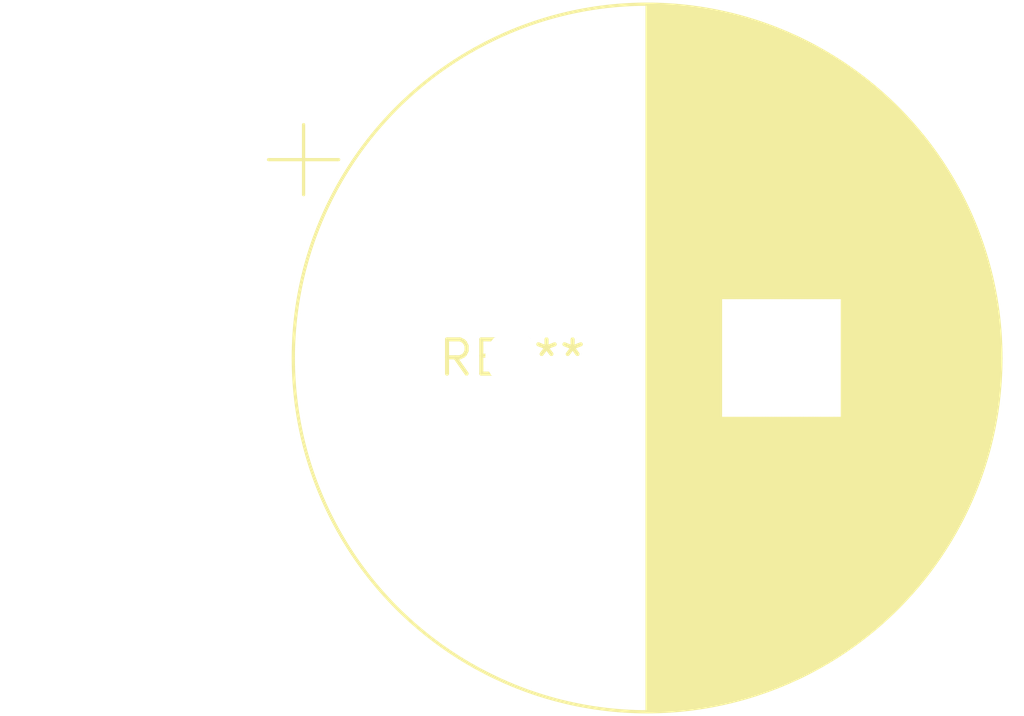
<source format=kicad_pcb>
(kicad_pcb (version 20240108) (generator pcbnew)
  (layers (0 "F.Cu" signal) (31 "B.Cu" signal) (34 "B.Paste" user) (35 "F.Paste" user) (36 "B.SilkS" user "B.Silkscreen") (37 "F.SilkS" user "F.Silkscreen") (38 "B.Mask" user) (39 "F.Mask" user) (44 "Edge.Cuts" user))
  (net 0 "")
  (footprint "CP_Radial_D26.0mm_P10.00mm_SnapIn" (layer "F.Cu") (at 0 0)
    (property "Reference" "REF**")
    (property "Value" "CP_Radial_D26.0mm_P10.00mm_SnapIn")
    (fp_line (start -9.039234 -7.355) (end -6.439234 -7.355) (layer "F.SilkS") (stroke (width 0.12)))
    (fp_line (start -7.739234 -8.655) (end -7.739234 -6.055) (layer "F.SilkS") (stroke (width 0.12)))
    (fp_line (start 5 -13.081) (end 5 13.081) (layer "F.SilkS") (stroke (width 0.12)))
    (fp_line (start 5.04 -13.08) (end 5.04 13.08) (layer "F.SilkS") (stroke (width 0.12)))
    (fp_line (start 5.08 -13.08) (end 5.08 13.08) (layer "F.SilkS") (stroke (width 0.12)))
    (fp_line (start 5.12 -13.08) (end 5.12 13.08) (layer "F.SilkS") (stroke (width 0.12)))
    (fp_line (start 5.16 -13.08) (end 5.16 13.08) (layer "F.SilkS") (stroke (width 0.12)))
    (fp_line (start 5.2 -13.079) (end 5.2 13.079) (layer "F.SilkS") (stroke (width 0.12)))
    (fp_line (start 5.24 -13.078) (end 5.24 13.078) (layer "F.SilkS") (stroke (width 0.12)))
    (fp_line (start 5.28 -13.078) (end 5.28 13.078) (layer "F.SilkS") (stroke (width 0.12)))
    (fp_line (start 5.32 -13.077) (end 5.32 13.077) (layer "F.SilkS") (stroke (width 0.12)))
    (fp_line (start 5.36 -13.076) (end 5.36 13.076) (layer "F.SilkS") (stroke (width 0.12)))
    (fp_line (start 5.4 -13.074) (end 5.4 13.074) (layer "F.SilkS") (stroke (width 0.12)))
    (fp_line (start 5.44 -13.073) (end 5.44 13.073) (layer "F.SilkS") (stroke (width 0.12)))
    (fp_line (start 5.48 -13.072) (end 5.48 13.072) (layer "F.SilkS") (stroke (width 0.12)))
    (fp_line (start 5.52 -13.07) (end 5.52 13.07) (layer "F.SilkS") (stroke (width 0.12)))
    (fp_line (start 5.56 -13.069) (end 5.56 13.069) (layer "F.SilkS") (stroke (width 0.12)))
    (fp_line (start 5.6 -13.067) (end 5.6 13.067) (layer "F.SilkS") (stroke (width 0.12)))
    (fp_line (start 5.64 -13.065) (end 5.64 13.065) (layer "F.SilkS") (stroke (width 0.12)))
    (fp_line (start 5.68 -13.063) (end 5.68 13.063) (layer "F.SilkS") (stroke (width 0.12)))
    (fp_line (start 5.721 -13.061) (end 5.721 13.061) (layer "F.SilkS") (stroke (width 0.12)))
    (fp_line (start 5.761 -13.058) (end 5.761 13.058) (layer "F.SilkS") (stroke (width 0.12)))
    (fp_line (start 5.801 -13.056) (end 5.801 13.056) (layer "F.SilkS") (stroke (width 0.12)))
    (fp_line (start 5.841 -13.054) (end 5.841 13.054) (layer "F.SilkS") (stroke (width 0.12)))
    (fp_line (start 5.881 -13.051) (end 5.881 13.051) (layer "F.SilkS") (stroke (width 0.12)))
    (fp_line (start 5.921 -13.048) (end 5.921 13.048) (layer "F.SilkS") (stroke (width 0.12)))
    (fp_line (start 5.961 -13.045) (end 5.961 13.045) (layer "F.SilkS") (stroke (width 0.12)))
    (fp_line (start 6.001 -13.042) (end 6.001 13.042) (layer "F.SilkS") (stroke (width 0.12)))
    (fp_line (start 6.041 -13.039) (end 6.041 13.039) (layer "F.SilkS") (stroke (width 0.12)))
    (fp_line (start 6.081 -13.036) (end 6.081 13.036) (layer "F.SilkS") (stroke (width 0.12)))
    (fp_line (start 6.121 -13.033) (end 6.121 13.033) (layer "F.SilkS") (stroke (width 0.12)))
    (fp_line (start 6.161 -13.029) (end 6.161 13.029) (layer "F.SilkS") (stroke (width 0.12)))
    (fp_line (start 6.201 -13.026) (end 6.201 13.026) (layer "F.SilkS") (stroke (width 0.12)))
    (fp_line (start 6.241 -13.022) (end 6.241 13.022) (layer "F.SilkS") (stroke (width 0.12)))
    (fp_line (start 6.281 -13.018) (end 6.281 13.018) (layer "F.SilkS") (stroke (width 0.12)))
    (fp_line (start 6.321 -13.014) (end 6.321 13.014) (layer "F.SilkS") (stroke (width 0.12)))
    (fp_line (start 6.361 -13.01) (end 6.361 13.01) (layer "F.SilkS") (stroke (width 0.12)))
    (fp_line (start 6.401 -13.006) (end 6.401 13.006) (layer "F.SilkS") (stroke (width 0.12)))
    (fp_line (start 6.441 -13.001) (end 6.441 13.001) (layer "F.SilkS") (stroke (width 0.12)))
    (fp_line (start 6.481 -12.997) (end 6.481 12.997) (layer "F.SilkS") (stroke (width 0.12)))
    (fp_line (start 6.521 -12.992) (end 6.521 12.992) (layer "F.SilkS") (stroke (width 0.12)))
    (fp_line (start 6.561 -12.987) (end 6.561 12.987) (layer "F.SilkS") (stroke (width 0.12)))
    (fp_line (start 6.601 -12.983) (end 6.601 12.983) (layer "F.SilkS") (stroke (width 0.12)))
    (fp_line (start 6.641 -12.978) (end 6.641 12.978) (layer "F.SilkS") (stroke (width 0.12)))
    (fp_line (start 6.681 -12.972) (end 6.681 12.972) (layer "F.SilkS") (stroke (width 0.12)))
    (fp_line (start 6.721 -12.967) (end 6.721 12.967) (layer "F.SilkS") (stroke (width 0.12)))
    (fp_line (start 6.761 -12.962) (end 6.761 12.962) (layer "F.SilkS") (stroke (width 0.12)))
    (fp_line (start 6.801 -12.956) (end 6.801 12.956) (layer "F.SilkS") (stroke (width 0.12)))
    (fp_line (start 6.841 -12.951) (end 6.841 12.951) (layer "F.SilkS") (stroke (width 0.12)))
    (fp_line (start 6.881 -12.945) (end 6.881 12.945) (layer "F.SilkS") (stroke (width 0.12)))
    (fp_line (start 6.921 -12.939) (end 6.921 12.939) (layer "F.SilkS") (stroke (width 0.12)))
    (fp_line (start 6.961 -12.933) (end 6.961 12.933) (layer "F.SilkS") (stroke (width 0.12)))
    (fp_line (start 7.001 -12.927) (end 7.001 12.927) (layer "F.SilkS") (stroke (width 0.12)))
    (fp_line (start 7.041 -12.921) (end 7.041 12.921) (layer "F.SilkS") (stroke (width 0.12)))
    (fp_line (start 7.081 -12.915) (end 7.081 12.915) (layer "F.SilkS") (stroke (width 0.12)))
    (fp_line (start 7.121 -12.908) (end 7.121 12.908) (layer "F.SilkS") (stroke (width 0.12)))
    (fp_line (start 7.161 -12.901) (end 7.161 12.901) (layer "F.SilkS") (stroke (width 0.12)))
    (fp_line (start 7.201 -12.895) (end 7.201 12.895) (layer "F.SilkS") (stroke (width 0.12)))
    (fp_line (start 7.241 -12.888) (end 7.241 12.888) (layer "F.SilkS") (stroke (width 0.12)))
    (fp_line (start 7.281 -12.881) (end 7.281 12.881) (layer "F.SilkS") (stroke (width 0.12)))
    (fp_line (start 7.321 -12.874) (end 7.321 12.874) (layer "F.SilkS") (stroke (width 0.12)))
    (fp_line (start 7.361 -12.866) (end 7.361 12.866) (layer "F.SilkS") (stroke (width 0.12)))
    (fp_line (start 7.401 -12.859) (end 7.401 12.859) (layer "F.SilkS") (stroke (width 0.12)))
    (fp_line (start 7.441 -12.852) (end 7.441 12.852) (layer "F.SilkS") (stroke (width 0.12)))
    (fp_line (start 7.481 -12.844) (end 7.481 12.844) (layer "F.SilkS") (stroke (width 0.12)))
    (fp_line (start 7.521 -12.836) (end 7.521 12.836) (layer "F.SilkS") (stroke (width 0.12)))
    (fp_line (start 7.561 -12.828) (end 7.561 12.828) (layer "F.SilkS") (stroke (width 0.12)))
    (fp_line (start 7.601 -12.82) (end 7.601 12.82) (layer "F.SilkS") (stroke (width 0.12)))
    (fp_line (start 7.641 -12.812) (end 7.641 12.812) (layer "F.SilkS") (stroke (width 0.12)))
    (fp_line (start 7.681 -12.804) (end 7.681 12.804) (layer "F.SilkS") (stroke (width 0.12)))
    (fp_line (start 7.721 -12.795) (end 7.721 12.795) (layer "F.SilkS") (stroke (width 0.12)))
    (fp_line (start 7.761 -12.787) (end 7.761 -2.24) (layer "F.SilkS") (stroke (width 0.12)))
    (fp_line (start 7.761 2.24) (end 7.761 12.787) (layer "F.SilkS") (stroke (width 0.12)))
    (fp_line (start 7.801 -12.778) (end 7.801 -2.24) (layer "F.SilkS") (stroke (width 0.12)))
    (fp_line (start 7.801 2.24) (end 7.801 12.778) (layer "F.SilkS") (stroke (width 0.12)))
    (fp_line (start 7.841 -12.769) (end 7.841 -2.24) (layer "F.SilkS") (stroke (width 0.12)))
    (fp_line (start 7.841 2.24) (end 7.841 12.769) (layer "F.SilkS") (stroke (width 0.12)))
    (fp_line (start 7.881 -12.761) (end 7.881 -2.24) (layer "F.SilkS") (stroke (width 0.12)))
    (fp_line (start 7.881 2.24) (end 7.881 12.761) (layer "F.SilkS") (stroke (width 0.12)))
    (fp_line (start 7.921 -12.751) (end 7.921 -2.24) (layer "F.SilkS") (stroke (width 0.12)))
    (fp_line (start 7.921 2.24) (end 7.921 12.751) (layer "F.SilkS") (stroke (width 0.12)))
    (fp_line (start 7.961 -12.742) (end 7.961 -2.24) (layer "F.SilkS") (stroke (width 0.12)))
    (fp_line (start 7.961 2.24) (end 7.961 12.742) (layer "F.SilkS") (stroke (width 0.12)))
    (fp_line (start 8.001 -12.733) (end 8.001 -2.24) (layer "F.SilkS") (stroke (width 0.12)))
    (fp_line (start 8.001 2.24) (end 8.001 12.733) (layer "F.SilkS") (stroke (width 0.12)))
    (fp_line (start 8.041 -12.723) (end 8.041 -2.24) (layer "F.SilkS") (stroke (width 0.12)))
    (fp_line (start 8.041 2.24) (end 8.041 12.723) (layer "F.SilkS") (stroke (width 0.12)))
    (fp_line (start 8.081 -12.714) (end 8.081 -2.24) (layer "F.SilkS") (stroke (width 0.12)))
    (fp_line (start 8.081 2.24) (end 8.081 12.714) (layer "F.SilkS") (stroke (width 0.12)))
    (fp_line (start 8.121 -12.704) (end 8.121 -2.24) (layer "F.SilkS") (stroke (width 0.12)))
    (fp_line (start 8.121 2.24) (end 8.121 12.704) (layer "F.SilkS") (stroke (width 0.12)))
    (fp_line (start 8.161 -12.694) (end 8.161 -2.24) (layer "F.SilkS") (stroke (width 0.12)))
    (fp_line (start 8.161 2.24) (end 8.161 12.694) (layer "F.SilkS") (stroke (width 0.12)))
    (fp_line (start 8.201 -12.684) (end 8.201 -2.24) (layer "F.SilkS") (stroke (width 0.12)))
    (fp_line (start 8.201 2.24) (end 8.201 12.684) (layer "F.SilkS") (stroke (width 0.12)))
    (fp_line (start 8.241 -12.674) (end 8.241 -2.24) (layer "F.SilkS") (stroke (width 0.12)))
    (fp_line (start 8.241 2.24) (end 8.241 12.674) (layer "F.SilkS") (stroke (width 0.12)))
    (fp_line (start 8.281 -12.664) (end 8.281 -2.24) (layer "F.SilkS") (stroke (width 0.12)))
    (fp_line (start 8.281 2.24) (end 8.281 12.664) (layer "F.SilkS") (stroke (width 0.12)))
    (fp_line (start 8.321 -12.653) (end 8.321 -2.24) (layer "F.SilkS") (stroke (width 0.12)))
    (fp_line (start 8.321 2.24) (end 8.321 12.653) (layer "F.SilkS") (stroke (width 0.12)))
    (fp_line (start 8.361 -12.643) (end 8.361 -2.24) (layer "F.SilkS") (stroke (width 0.12)))
    (fp_line (start 8.361 2.24) (end 8.361 12.643) (layer "F.SilkS") (stroke (width 0.12)))
    (fp_line (start 8.401 -12.632) (end 8.401 -2.24) (layer "F.SilkS") (stroke (width 0.12)))
    (fp_line (start 8.401 2.24) (end 8.401 12.632) (layer "F.SilkS") (stroke (width 0.12)))
    (fp_line (start 8.441 -12.621) (end 8.441 -2.24) (layer "F.SilkS") (stroke (width 0.12)))
    (fp_line (start 8.441 2.24) (end 8.441 12.621) (layer "F.SilkS") (stroke (width 0.12)))
    (fp_line (start 8.481 -12.611) (end 8.481 -2.24) (layer "F.SilkS") (stroke (width 0.12)))
    (fp_line (start 8.481 2.24) (end 8.481 12.611) (layer "F.SilkS") (stroke (width 0.12)))
    (fp_line (start 8.521 -12.599) (end 8.521 -2.24) (layer "F.SilkS") (stroke (width 0.12)))
    (fp_line (start 8.521 2.24) (end 8.521 12.599) (layer "F.SilkS") (stroke (width 0.12)))
    (fp_line (start 8.561 -12.588) (end 8.561 -2.24) (layer "F.SilkS") (stroke (width 0.12)))
    (fp_line (start 8.561 2.24) (end 8.561 12.588) (layer "F.SilkS") (stroke (width 0.12)))
    (fp_line (start 8.601 -12.577) (end 8.601 -2.24) (layer "F.SilkS") (stroke (width 0.12)))
    (fp_line (start 8.601 2.24) (end 8.601 12.577) (layer "F.SilkS") (stroke (width 0.12)))
    (fp_line (start 8.641 -12.565) (end 8.641 -2.24) (layer "F.SilkS") (stroke (width 0.12)))
    (fp_line (start 8.641 2.24) (end 8.641 12.565) (layer "F.SilkS") (stroke (width 0.12)))
    (fp_line (start 8.681 -12.554) (end 8.681 -2.24) (layer "F.SilkS") (stroke (width 0.12)))
    (fp_line (start 8.681 2.24) (end 8.681 12.554) (layer "F.SilkS") (stroke (width 0.12)))
    (fp_line (start 8.721 -12.542) (end 8.721 -2.24) (layer "F.SilkS") (stroke (width 0.12)))
    (fp_line (start 8.721 2.24) (end 8.721 12.542) (layer "F.SilkS") (stroke (width 0.12)))
    (fp_line (start 8.761 -12.53) (end 8.761 -2.24) (layer "F.SilkS") (stroke (width 0.12)))
    (fp_line (start 8.761 2.24) (end 8.761 12.53) (layer "F.SilkS") (stroke (width 0.12)))
    (fp_line (start 8.801 -12.518) (end 8.801 -2.24) (layer "F.SilkS") (stroke (width 0.12)))
    (fp_line (start 8.801 2.24) (end 8.801 12.518) (layer "F.SilkS") (stroke (width 0.12)))
    (fp_line (start 8.841 -12.506) (end 8.841 -2.24) (layer "F.SilkS") (stroke (width 0.12)))
    (fp_line (start 8.841 2.24) (end 8.841 12.506) (layer "F.SilkS") (stroke (width 0.12)))
    (fp_line (start 8.881 -12.494) (end 8.881 -2.24) (layer "F.SilkS") (stroke (width 0.12)))
    (fp_line (start 8.881 2.24) (end 8.881 12.494) (layer "F.SilkS") (stroke (width 0.12)))
    (fp_line (start 8.921 -12.481) (end 8.921 -2.24) (layer "F.SilkS") (stroke (width 0.12)))
    (fp_line (start 8.921 2.24) (end 8.921 12.481) (layer "F.SilkS") (stroke (width 0.12)))
    (fp_line (start 8.961 -12.469) (end 8.961 -2.24) (layer "F.SilkS") (stroke (width 0.12)))
    (fp_line (start 8.961 2.24) (end 8.961 12.469) (layer "F.SilkS") (stroke (width 0.12)))
    (fp_line (start 9.001 -12.456) (end 9.001 -2.24) (layer "F.SilkS") (stroke (width 0.12)))
    (fp_line (start 9.001 2.24) (end 9.001 12.456) (layer "F.SilkS") (stroke (width 0.12)))
    (fp_line (start 9.041 -12.443) (end 9.041 -2.24) (layer "F.SilkS") (stroke (width 0.12)))
    (fp_line (start 9.041 2.24) (end 9.041 12.443) (layer "F.SilkS") (stroke (width 0.12)))
    (fp_line (start 9.081 -12.43) (end 9.081 -2.24) (layer "F.SilkS") (stroke (width 0.12)))
    (fp_line (start 9.081 2.24) (end 9.081 12.43) (layer "F.SilkS") (stroke (width 0.12)))
    (fp_line (start 9.121 -12.417) (end 9.121 -2.24) (layer "F.SilkS") (stroke (width 0.12)))
    (fp_line (start 9.121 2.24) (end 9.121 12.417) (layer "F.SilkS") (stroke (width 0.12)))
    (fp_line (start 9.161 -12.404) (end 9.161 -2.24) (layer "F.SilkS") (stroke (width 0.12)))
    (fp_line (start 9.161 2.24) (end 9.161 12.404) (layer "F.SilkS") (stroke (width 0.12)))
    (fp_line (start 9.201 -12.39) (end 9.201 -2.24) (layer "F.SilkS") (stroke (width 0.12)))
    (fp_line (start 9.201 2.24) (end 9.201 12.39) (layer "F.SilkS") (stroke (width 0.12)))
    (fp_line (start 9.241 -12.376) (end 9.241 -2.24) (layer "F.SilkS") (stroke (width 0.12)))
    (fp_line (start 9.241 2.24) (end 9.241 12.376) (layer "F.SilkS") (stroke (width 0.12)))
    (fp_line (start 9.281 -12.363) (end 9.281 -2.24) (layer "F.SilkS") (stroke (width 0.12)))
    (fp_line (start 9.281 2.24) (end 9.281 12.363) (layer "F.SilkS") (stroke (width 0.12)))
    (fp_line (start 9.321 -12.349) (end 9.321 -2.24) (layer "F.SilkS") (stroke (width 0.12)))
    (fp_line (start 9.321 2.24) (end 9.321 12.349) (layer "F.SilkS") (stroke (width 0.12)))
    (fp_line (start 9.361 -12.335) (end 9.361 -2.24) (layer "F.SilkS") (stroke (width 0.12)))
    (fp_line (start 9.361 2.24) (end 9.361 12.335) (layer "F.SilkS") (stroke (width 0.12)))
    (fp_line (start 9.401 -12.321) (end 9.401 -2.24) (layer "F.SilkS") (stroke (width 0.12)))
    (fp_line (start 9.401 2.24) (end 9.401 12.321) (layer "F.SilkS") (stroke (width 0.12)))
    (fp_line (start 9.441 -12.306) (end 9.441 -2.24) (layer "F.SilkS") (stroke (width 0.12)))
    (fp_line (start 9.441 2.24) (end 9.441 12.306) (layer "F.SilkS") (stroke (width 0.12)))
    (fp_line (start 9.481 -12.292) (end 9.481 -2.24) (layer "F.SilkS") (stroke (width 0.12)))
    (fp_line (start 9.481 2.24) (end 9.481 12.292) (layer "F.SilkS") (stroke (width 0.12)))
    (fp_line (start 9.521 -12.277) (end 9.521 -2.24) (layer "F.SilkS") (stroke (width 0.12)))
    (fp_line (start 9.521 2.24) (end 9.521 12.277) (layer "F.SilkS") (stroke (width 0.12)))
    (fp_line (start 9.561 -12.263) (end 9.561 -2.24) (layer "F.SilkS") (stroke (width 0.12)))
    (fp_line (start 9.561 2.24) (end 9.561 12.263) (layer "F.SilkS") (stroke (width 0.12)))
    (fp_line (start 9.601 -12.248) (end 9.601 -2.24) (layer "F.SilkS") (stroke (width 0.12)))
    (fp_line (start 9.601 2.24) (end 9.601 12.248) (layer "F.SilkS") (stroke (width 0.12)))
    (fp_line (start 9.641 -12.233) (end 9.641 -2.24) (layer "F.SilkS") (stroke (width 0.12)))
    (fp_line (start 9.641 2.24) (end 9.641 12.233) (layer "F.SilkS") (stroke (width 0.12)))
    (fp_line (start 9.681 -12.217) (end 9.681 -2.24) (layer "F.SilkS") (stroke (width 0.12)))
    (fp_line (start 9.681 2.24) (end 9.681 12.217) (layer "F.SilkS") (stroke (width 0.12)))
    (fp_line (start 9.721 -12.202) (end 9.721 -2.24) (layer "F.SilkS") (stroke (width 0.12)))
    (fp_line (start 9.721 2.24) (end 9.721 12.202) (layer "F.SilkS") (stroke (width 0.12)))
    (fp_line (start 9.761 -12.187) (end 9.761 -2.24) (layer "F.SilkS") (stroke (width 0.12)))
    (fp_line (start 9.761 2.24) (end 9.761 12.187) (layer "F.SilkS") (stroke (width 0.12)))
    (fp_line (start 9.801 -12.171) (end 9.801 -2.24) (layer "F.SilkS") (stroke (width 0.12)))
    (fp_line (start 9.801 2.24) (end 9.801 12.171) (layer "F.SilkS") (stroke (width 0.12)))
    (fp_line (start 9.841 -12.155) (end 9.841 -2.24) (layer "F.SilkS") (stroke (width 0.12)))
    (fp_line (start 9.841 2.24) (end 9.841 12.155) (layer "F.SilkS") (stroke (width 0.12)))
    (fp_line (start 9.881 -12.139) (end 9.881 -2.24) (layer "F.SilkS") (stroke (width 0.12)))
    (fp_line (start 9.881 2.24) (end 9.881 12.139) (layer "F.SilkS") (stroke (width 0.12)))
    (fp_line (start 9.921 -12.123) (end 9.921 -2.24) (layer "F.SilkS") (stroke (width 0.12)))
    (fp_line (start 9.921 2.24) (end 9.921 12.123) (layer "F.SilkS") (stroke (width 0.12)))
    (fp_line (start 9.961 -12.107) (end 9.961 -2.24) (layer "F.SilkS") (stroke (width 0.12)))
    (fp_line (start 9.961 2.24) (end 9.961 12.107) (layer "F.SilkS") (stroke (width 0.12)))
    (fp_line (start 10.001 -12.09) (end 10.001 -2.24) (layer "F.SilkS") (stroke (width 0.12)))
    (fp_line (start 10.001 2.24) (end 10.001 12.09) (layer "F.SilkS") (stroke (width 0.12)))
    (fp_line (start 10.041 -12.074) (end 10.041 -2.24) (layer "F.SilkS") (stroke (width 0.12)))
    (fp_line (start 10.041 2.24) (end 10.041 12.074) (layer "F.SilkS") (stroke (width 0.12)))
    (fp_line (start 10.081 -12.057) (end 10.081 -2.24) (layer "F.SilkS") (stroke (width 0.12)))
    (fp_line (start 10.081 2.24) (end 10.081 12.057) (layer "F.SilkS") (stroke (width 0.12)))
    (fp_line (start 10.121 -12.04) (end 10.121 -2.24) (layer "F.SilkS") (stroke (width 0.12)))
    (fp_line (start 10.121 2.24) (end 10.121 12.04) (layer "F.SilkS") (stroke (width 0.12)))
    (fp_line (start 10.161 -12.023) (end 10.161 -2.24) (layer "F.SilkS") (stroke (width 0.12)))
    (fp_line (start 10.161 2.24) (end 10.161 12.023) (layer "F.SilkS") (stroke (width 0.12)))
    (fp_line (start 10.201 -12.006) (end 10.201 -2.24) (layer "F.SilkS") (stroke (width 0.12)))
    (fp_line (start 10.201 2.24) (end 10.201 12.006) (layer "F.SilkS") (stroke (width 0.12)))
    (fp_line (start 10.241 -11.989) (end 10.241 -2.24) (layer "F.SilkS") (stroke (width 0.12)))
    (fp_line (start 10.241 2.24) (end 10.241 11.989) (layer "F.SilkS") (stroke (width 0.12)))
    (fp_line (start 10.281 -11.971) (end 10.281 -2.24) (layer "F.SilkS") (stroke (width 0.12)))
    (fp_line (start 10.281 2.24) (end 10.281 11.971) (layer "F.SilkS") (stroke (width 0.12)))
    (fp_line (start 10.321 -11.953) (end 10.321 -2.24) (layer "F.SilkS") (stroke (width 0.12)))
    (fp_line (start 10.321 2.24) (end 10.321 11.953) (layer "F.SilkS") (stroke (width 0.12)))
    (fp_line (start 10.361 -11.936) (end 10.361 -2.24) (layer "F.SilkS") (stroke (width 0.12)))
    (fp_line (start 10.361 2.24) (end 10.361 11.936) (layer "F.SilkS") (stroke (width 0.12)))
    (fp_line (start 10.401 -11.918) (end 10.401 -2.24) (layer "F.SilkS") (stroke (width 0.12)))
    (fp_line (start 10.401 2.24) (end 10.401 11.918) (layer "F.SilkS") (stroke (width 0.12)))
    (fp_line (start 10.441 -11.9) (end 10.441 -2.24) (layer "F.SilkS") (stroke (width 0.12)))
    (fp_line (start 10.441 2.24) (end 10.441 11.9) (layer "F.SilkS") (stroke (width 0.12)))
    (fp_line (start 10.481 -11.881) (end 10.481 -2.24) (layer "F.SilkS") (stroke (width 0.12)))
    (fp_line (start 10.481 2.24) (end 10.481 11.881) (layer "F.SilkS") (stroke (width 0.12)))
    (fp_line (start 10.521 -11.863) (end 10.521 -2.24) (layer "F.SilkS") (stroke (width 0.12)))
    (fp_line (start 10.521 2.24) (end 10.521 11.863) (layer "F.SilkS") (stroke (width 0.12)))
    (fp_line (start 10.561 -11.844) (end 10.561 -2.24) (layer "F.SilkS") (stroke (width 0.12)))
    (fp_line (start 10.561 2.24) (end 10.561 11.844) (layer "F.SilkS") (stroke (width 0.12)))
    (fp_line (start 10.601 -11.825) (end 10.601 -2.24) (layer "F.SilkS") (stroke (width 0.12)))
    (fp_line (start 10.601 2.24) (end 10.601 11.825) (layer "F.SilkS") (stroke (width 0.12)))
    (fp_line (start 10.641 -11.806) (end 10.641 -2.24) (layer "F.SilkS") (stroke (width 0.12)))
    (fp_line (start 10.641 2.24) (end 10.641 11.806) (layer "F.SilkS") (stroke (width 0.12)))
    (fp_line (start 10.681 -11.787) (end 10.681 -2.24) (layer "F.SilkS") (stroke (width 0.12)))
    (fp_line (start 10.681 2.24) (end 10.681 11.787) (layer "F.SilkS") (stroke (width 0.12)))
    (fp_line (start 10.721 -11.768) (end 10.721 -2.24) (layer "F.SilkS") (stroke (width 0.12)))
    (fp_line (start 10.721 2.24) (end 10.721 11.768) (layer "F.SilkS") (stroke (width 0.12)))
    (fp_line (start 10.761 -11.748) (end 10.761 -2.24) (layer "F.SilkS") (stroke (width 0.12)))
    (fp_line (start 10.761 2.24) (end 10.761 11.748) (layer "F.SilkS") (stroke (width 0.12)))
    (fp_line (start 10.801 -11.729) (end 10.801 -2.24) (layer "F.SilkS") (stroke (width 0.12)))
    (fp_line (start 10.801 2.24) (end 10.801 11.729) (layer "F.SilkS") (stroke (width 0.12)))
    (fp_line (start 10.841 -11.709) (end 10.841 -2.24) (layer "F.SilkS") (stroke (width 0.12)))
    (fp_line (start 10.841 2.24) (end 10.841 11.709) (layer "F.SilkS") (stroke (width 0.12)))
    (fp_line (start 10.881 -11.689) (end 10.881 -2.24) (layer "F.SilkS") (stroke (width 0.12)))
    (fp_line (start 10.881 2.24) (end 10.881 11.689) (layer "F.SilkS") (stroke (width 0.12)))
    (fp_line (start 10.921 -11.669) (end 10.921 -2.24) (layer "F.SilkS") (stroke (width 0.12)))
    (fp_line (start 10.921 2.24) (end 10.921 11.669) (layer "F.SilkS") (stroke (width 0.12)))
    (fp_line (start 10.961 -11.649) (end 10.961 -2.24) (layer "F.SilkS") (stroke (width 0.12)))
    (fp_line (start 10.961 2.24) (end 10.961 11.649) (layer "F.SilkS") (stroke (width 0.12)))
    (fp_line (start 11.001 -11.628) (end 11.001 -2.24) (layer "F.SilkS") (stroke (width 0.12)))
    (fp_line (start 11.001 2.24) (end 11.001 11.628) (layer "F.SilkS") (stroke (width 0.12)))
    (fp_line (start 11.041 -11.608) (end 11.041 -2.24) (layer "F.SilkS") (stroke (width 0.12)))
    (fp_line (start 11.041 2.24) (end 11.041 11.608) (layer "F.SilkS") (stroke (width 0.12)))
    (fp_line (start 11.081 -11.587) (end 11.081 -2.24) (layer "F.SilkS") (stroke (width 0.12)))
    (fp_line (start 11.081 2.24) (end 11.081 11.587) (layer "F.SilkS") (stroke (width 0.12)))
    (fp_line (start 11.121 -11.566) (end 11.121 -2.24) (layer "F.SilkS") (stroke (width 0.12)))
    (fp_line (start 11.121 2.24) (end 11.121 11.566) (layer "F.SilkS") (stroke (width 0.12)))
    (fp_line (start 11.161 -11.544) (end 11.161 -2.24) (layer "F.SilkS") (stroke (width 0.12)))
    (fp_line (start 11.161 2.24) (end 11.161 11.544) (layer "F.SilkS") (stroke (width 0.12)))
    (fp_line (start 11.201 -11.523) (end 11.201 -2.24) (layer "F.SilkS") (stroke (width 0.12)))
    (fp_line (start 11.201 2.24) (end 11.201 11.523) (layer "F.SilkS") (stroke (width 0.12)))
    (fp_line (start 11.241 -11.502) (end 11.241 -2.24) (layer "F.SilkS") (stroke (width 0.12)))
    (fp_line (start 11.241 2.24) (end 11.241 11.502) (layer "F.SilkS") (stroke (width 0.12)))
    (fp_line (start 11.281 -11.48) (end 11.281 -2.24) (layer "F.SilkS") (stroke (width 0.12)))
    (fp_line (start 11.281 2.24) (end 11.281 11.48) (layer "F.SilkS") (stroke (width 0.12)))
    (fp_line (start 11.321 -11.458) (end 11.321 -2.24) (layer "F.SilkS") (stroke (width 0.12)))
    (fp_line (start 11.321 2.24) (end 11.321 11.458) (layer "F.SilkS") (stroke (width 0.12)))
    (fp_line (start 11.361 -11.436) (end 11.361 -2.24) (layer "F.SilkS") (stroke (width 0.12)))
    (fp_line (start 11.361 2.24) (end 11.361 11.436) (layer "F.SilkS") (stroke (width 0.12)))
    (fp_line (start 11.401 -11.414) (end 11.401 -2.24) (layer "F.SilkS") (stroke (width 0.12)))
    (fp_line (start 11.401 2.24) (end 11.401 11.414) (layer "F.SilkS") (stroke (width 0.12)))
    (fp_line (start 11.441 -11.391) (end 11.441 -2.24) (layer "F.SilkS") (stroke (width 0.12)))
    (fp_line (start 11.441 2.24) (end 11.441 11.391) (layer "F.SilkS") (stroke (width 0.12)))
    (fp_line (start 11.481 -11.369) (end 11.481 -2.24) (layer "F.SilkS") (stroke (width 0.12)))
    (fp_line (start 11.481 2.24) (end 11.481 11.369) (layer "F.SilkS") (stroke (width 0.12)))
    (fp_line (start 11.521 -11.346) (end 11.521 -2.24) (layer "F.SilkS") (stroke (width 0.12)))
    (fp_line (start 11.521 2.24) (end 11.521 11.346) (layer "F.SilkS") (stroke (width 0.12)))
    (fp_line (start 11.561 -11.323) (end 11.561 -2.24) (layer "F.SilkS") (stroke (width 0.12)))
    (fp_line (start 11.561 2.24) (end 11.561 11.323) (layer "F.SilkS") (stroke (width 0.12)))
    (fp_line (start 11.601 -11.3) (end 11.601 -2.24) (layer "F.SilkS") (stroke (width 0.12)))
    (fp_line (start 11.601 2.24) (end 11.601 11.3) (layer "F.SilkS") (stroke (width 0.12)))
    (fp_line (start 11.641 -11.276) (end 11.641 -2.24) (layer "F.SilkS") (stroke (width 0.12)))
    (fp_line (start 11.641 2.24) (end 11.641 11.276) (layer "F.SilkS") (stroke (width 0.12)))
    (fp_line (start 11.681 -11.253) (end 11.681 -2.24) (layer "F.SilkS") (stroke (width 0.12)))
    (fp_line (start 11.681 2.24) (end 11.681 11.253) (layer "F.SilkS") (stroke (width 0.12)))
    (fp_line (start 11.721 -11.229) (end 11.721 -2.24) (layer "F.SilkS") (stroke (width 0.12)))
    (fp_line (start 11.721 2.24) (end 11.721 11.229) (layer "F.SilkS") (stroke (width 0.12)))
    (fp_line (start 11.761 -11.205) (end 11.761 -2.24) (layer "F.SilkS") (stroke (width 0.12)))
    (fp_line (start 11.761 2.24) (end 11.761 11.205) (layer "F.SilkS") (stroke (width 0.12)))
    (fp_line (start 11.801 -11.181) (end 11.801 -2.24) (layer "F.SilkS") (stroke (width 0.12)))
    (fp_line (start 11.801 2.24) (end 11.801 11.181) (layer "F.SilkS") (stroke (width 0.12)))
    (fp_line (start 11.841 -11.156) (end 11.841 -2.24) (layer "F.SilkS") (stroke (width 0.12)))
    (fp_line (start 11.841 2.24) (end 11.841 11.156) (layer "F.SilkS") (stroke (width 0.12)))
    (fp_line (start 11.881 -11.132) (end 11.881 -2.24) (layer "F.SilkS") (stroke (width 0.12)))
    (fp_line (start 11.881 2.24) (end 11.881 11.132) (layer "F.SilkS") (stroke (width 0.12)))
    (fp_line (start 11.921 -11.107) (end 11.921 -2.24) (layer "F.SilkS") (stroke (width 0.12)))
    (fp_line (start 11.921 2.24) (end 11.921 11.107) (layer "F.SilkS") (stroke (width 0.12)))
    (fp_line (start 11.961 -11.082) (end 11.961 -2.24) (layer "F.SilkS") (stroke (width 0.12)))
    (fp_line (start 11.961 2.24) (end 11.961 11.082) (layer "F.SilkS") (stroke (width 0.12)))
    (fp_line (start 12.001 -11.057) (end 12.001 -2.24) (layer "F.SilkS") (stroke (width 0.12)))
    (fp_line (start 12.001 2.24) (end 12.001 11.057) (layer "F.SilkS") (stroke (width 0.12)))
    (fp_line (start 12.041 -11.032) (end 12.041 -2.24) (layer "F.SilkS") (stroke (width 0.12)))
    (fp_line (start 12.041 2.24) (end 12.041 11.032) (layer "F.SilkS") (stroke (width 0.12)))
    (fp_line (start 12.081 -11.006) (end 12.081 -2.24) (layer "F.SilkS") (stroke (width 0.12)))
    (fp_line (start 12.081 2.24) (end 12.081 11.006) (layer "F.SilkS") (stroke (width 0.12)))
    (fp_line (start 12.121 -10.98) (end 12.121 -2.24) (layer "F.SilkS") (stroke (width 0.12)))
    (fp_line (start 12.121 2.24) (end 12.121 10.98) (layer "F.SilkS") (stroke (width 0.12)))
    (fp_line (start 12.161 -10.955) (end 12.161 -2.24) (layer "F.SilkS") (stroke (width 0.12)))
    (fp_line (start 12.161 2.24) (end 12.161 10.955) (layer "F.SilkS") (stroke (width 0.12)))
    (fp_line (start 12.201 -10.928) (end 12.201 -2.24) (layer "F.SilkS") (stroke (width 0.12)))
    (fp_line (start 12.201 2.24) (end 12.201 10.928) (layer "F.SilkS") (stroke (width 0.12)))
    (fp_line (start 12.241 -10.902) (end 12.241 10.902) (layer "F.SilkS") (stroke (width 0.12)))
    (fp_line (start 12.281 -10.875) (end 12.281 10.875) (layer "F.SilkS") (stroke (width 0.12)))
    (fp_line (start 12.321 -10.849) (end 12.321 10.849) (layer "F.SilkS") (stroke (width 0.12)))
    (fp_line (start 12.361 -10.822) (end 12.361 10.822) (layer "F.SilkS") (stroke (width 0.12)))
    (fp_line (start 12.401 -10.794) (end 12.401 10.794) (layer "F.SilkS") (stroke (width 0.12)))
    (fp_line (start 12.441 -10.767) (end 12.441 10.767) (layer "F.SilkS") (stroke (width 0.12)))
    (fp_line (start 12.481 -10.739) (end 12.481 10.739) (layer "F.SilkS") (stroke (width 0.12)))
    (fp_line (start 12.521 -10.711) (end 12.521 10.711) (layer "F.SilkS") (stroke (width 0.12)))
    (fp_line (start 12.561 -10.683) (end 12.561 10.683) (layer "F.SilkS") (stroke (width 0.12)))
    (fp_line (start 12.601 -10.655) (end 12.601 10.655) (layer "F.SilkS") (stroke (width 0.12)))
    (fp_line (start 12.641 -10.627) (end 12.641 10.627) (layer "F.SilkS") (stroke (width 0.12)))
    (fp_line (start 12.681 -10.598) (end 12.681 10.598) (layer "F.SilkS") (stroke (width 0.12)))
    (fp_line (start 12.721 -10.569) (end 12.721 10.569) (layer "F.SilkS") (stroke (width 0.12)))
    (fp_line (start 12.761 -10.54) (end 12.761 10.54) (layer "F.SilkS") (stroke (width 0.12)))
    (fp_line (start 12.801 -10.51) (end 12.801 10.51) (layer "F.SilkS") (stroke (width 0.12)))
    (fp_line (start 12.841 -10.48) (end 12.841 10.48) (layer "F.SilkS") (stroke (width 0.12)))
    (fp_line (start 12.881 -10.45) (end 12.881 10.45) (layer "F.SilkS") (stroke (width 0.12)))
    (fp_line (start 12.921 -10.42) (end 12.921 10.42) (layer "F.SilkS") (stroke (width 0.12)))
    (fp_line (start 12.961 -10.39) (end 12.961 10.39) (layer "F.SilkS") (stroke (width 0.12)))
    (fp_line (start 13.001 -10.359) (end 13.001 10.359) (layer "F.SilkS") (stroke (width 0.12)))
    (fp_line (start 13.041 -10.328) (end 13.041 10.328) (layer "F.SilkS") (stroke (width 0.12)))
    (fp_line (start 13.081 -10.297) (end 13.081 10.297) (layer "F.SilkS") (stroke (width 0.12)))
    (fp_line (start 13.121 -10.266) (end 13.121 10.266) (layer "F.SilkS") (stroke (width 0.12)))
    (fp_line (start 13.161 -10.234) (end 13.161 10.234) (layer "F.SilkS") (stroke (width 0.12)))
    (fp_line (start 13.2 -10.202) (end 13.2 10.202) (layer "F.SilkS") (stroke (width 0.12)))
    (fp_line (start 13.24 -10.17) (end 13.24 10.17) (layer "F.SilkS") (stroke (width 0.12)))
    (fp_line (start 13.28 -10.138) (end 13.28 10.138) (layer "F.SilkS") (stroke (width 0.12)))
    (fp_line (start 13.32 -10.105) (end 13.32 10.105) (layer "F.SilkS") (stroke (width 0.12)))
    (fp_line (start 13.36 -10.072) (end 13.36 10.072) (layer "F.SilkS") (stroke (width 0.12)))
    (fp_line (start 13.4 -10.039) (end 13.4 10.039) (layer "F.SilkS") (stroke (width 0.12)))
    (fp_line (start 13.44 -10.005) (end 13.44 10.005) (layer "F.SilkS") (stroke (width 0.12)))
    (fp_line (start 13.48 -9.972) (end 13.48 9.972) (layer "F.SilkS") (stroke (width 0.12)))
    (fp_line (start 13.52 -9.938) (end 13.52 9.938) (layer "F.SilkS") (stroke (width 0.12)))
    (fp_line (start 13.56 -9.903) (end 13.56 9.903) (layer "F.SilkS") (stroke (width 0.12)))
    (fp_line (start 13.6 -9.869) (end 13.6 9.869) (layer "F.SilkS") (stroke (width 0.12)))
    (fp_line (start 13.64 -9.834) (end 13.64 9.834) (layer "F.SilkS") (stroke (width 0.12)))
    (fp_line (start 13.68 -9.799) (end 13.68 9.799) (layer "F.SilkS") (stroke (width 0.12)))
    (fp_line (start 13.72 -9.763) (end 13.72 9.763) (layer "F.SilkS") (stroke (width 0.12)))
    (fp_line (start 13.76 -9.728) (end 13.76 9.728) (layer "F.SilkS") (stroke (width 0.12)))
    (fp_line (start 13.8 -9.692) (end 13.8 9.692) (layer "F.SilkS") (stroke (width 0.12)))
    (fp_line (start 13.84 -9.655) (end 13.84 9.655) (layer "F.SilkS") (stroke (width 0.12)))
    (fp_line (start 13.88 -9.619) (end 13.88 9.619) (layer "F.SilkS") (stroke (width 0.12)))
    (fp_line (start 13.92 -9.582) (end 13.92 9.582) (layer "F.SilkS") (stroke (width 0.12)))
    (fp_line (start 13.96 -9.544) (end 13.96 9.544) (layer "F.SilkS") (stroke (width 0.12)))
    (fp_line (start 14 -9.507) (end 14 9.507) (layer "F.SilkS") (stroke (width 0.12)))
    (fp_line (start 14.04 -9.469) (end 14.04 9.469) (layer "F.SilkS") (stroke (width 0.12)))
    (fp_line (start 14.08 -9.431) (end 14.08 9.431) (layer "F.SilkS") (stroke (width 0.12)))
    (fp_line (start 14.12 -9.392) (end 14.12 9.392) (layer "F.SilkS") (stroke (width 0.12)))
    (fp_line (start 14.16 -9.354) (end 14.16 9.354) (layer "F.SilkS") (stroke (width 0.12)))
    (fp_line (start 14.2 -9.314) (end 14.2 9.314) (layer "F.SilkS") (stroke (width 0.12)))
    (fp_line (start 14.24 -9.275) (end 14.24 9.275) (layer "F.SilkS") (stroke (width 0.12)))
    (fp_line (start 14.28 -9.235) (end 14.28 9.235) (layer "F.SilkS") (stroke (width 0.12)))
    (fp_line (start 14.32 -9.195) (end 14.32 9.195) (layer "F.SilkS") (stroke (width 0.12)))
    (fp_line (start 14.36 -9.154) (end 14.36 9.154) (layer "F.SilkS") (stroke (width 0.12)))
    (fp_line (start 14.4 -9.113) (end 14.4 9.113) (layer "F.SilkS") (stroke (width 0.12)))
    (fp_line (start 14.44 -9.072) (end 14.44 9.072) (layer "F.SilkS") (stroke (width 0.12)))
    (fp_line (start 14.48 -9.03) (end 14.48 9.03) (layer "F.SilkS") (stroke (width 0.12)))
    (fp_line (start 14.52 -8.988) (end 14.52 8.988) (layer "F.SilkS") (stroke (width 0.12)))
    (fp_line (start 14.56 -8.946) (end 14.56 8.946) (layer "F.SilkS") (stroke (width 0.12)))
    (fp_line (start 14.6 -8.903) (end 14.6 8.903) (layer "F.SilkS") (stroke (width 0.12)))
    (fp_line (start 14.64 -8.86) (end 14.64 8.86) (layer "F.SilkS") (stroke (width 0.12)))
    (fp_line (start 14.68 -8.817) (end 14.68 8.817) (layer "F.SilkS") (stroke (width 0.12)))
    (fp_line (start 14.72 -8.773) (end 14.72 8.773) (layer "F.SilkS") (stroke (width 0.12)))
    (fp_line (start 14.76 -8.728) (end 14.76 8.728) (layer "F.SilkS") (stroke (width 0.12)))
    (fp_line (start 14.8 -8.684) (end 14.8 8.684) (layer "F.SilkS") (stroke (width 0.12)))
    (fp_line (start 14.84 -8.639) (end 14.84 8.639) (layer "F.SilkS") (stroke (width 0.12)))
    (fp_line (start 14.88 -8.593) (end 14.88 8.593) (layer "F.SilkS") (stroke (width 0.12)))
    (fp_line (start 14.92 -8.547) (end 14.92 8.547) (layer "F.SilkS") (stroke (width 0.12)))
    (fp_line (start 14.96 -8.501) (end 14.96 8.501) (layer "F.SilkS") (stroke (width 0.12)))
    (fp_line (start 15 -8.454) (end 15 8.454) (layer "F.SilkS") (stroke (width 0.12)))
    (fp_line (start 15.04 -8.406) (end 15.04 8.406) (layer "F.SilkS") (stroke (width 0.12)))
    (fp_line (start 15.08 -8.359) (end 15.08 8.359) (layer "F.SilkS") (stroke (width 0.12)))
    (fp_line (start 15.12 -8.31) (end 15.12 8.31) (layer "F.SilkS") (stroke (width 0.12)))
    (fp_line (start 15.16 -8.262) (end 15.16 8.262) (layer "F.SilkS") (stroke (width 0.12)))
    (fp_line (start 15.2 -8.212) (end 15.2 8.212) (layer "F.SilkS") (stroke (width 0.12)))
    (fp_line (start 15.24 -8.163) (end 15.24 8.163) (layer "F.SilkS") (stroke (width 0.12)))
    (fp_line (start 15.28 -8.113) (end 15.28 8.113) (layer "F.SilkS") (stroke (width 0.12)))
    (fp_line (start 15.32 -8.062) (end 15.32 8.062) (layer "F.SilkS") (stroke (width 0.12)))
    (fp_line (start 15.36 -8.011) (end 15.36 8.011) (layer "F.SilkS") (stroke (width 0.12)))
    (fp_line (start 15.4 -7.959) (end 15.4 7.959) (layer "F.SilkS") (stroke (width 0.12)))
    (fp_line (start 15.44 -7.907) (end 15.44 7.907) (layer "F.SilkS") (stroke (width 0.12)))
    (fp_line (start 15.48 -7.854) (end 15.48 7.854) (layer "F.SilkS") (stroke (width 0.12)))
    (fp_line (start 15.52 -7.8) (end 15.52 7.8) (layer "F.SilkS") (stroke (width 0.12)))
    (fp_line (start 15.56 -7.746) (end 15.56 7.746) (layer "F.SilkS") (stroke (width 0.12)))
    (fp_line (start 15.6 -7.692) (end 15.6 7.692) (layer "F.SilkS") (stroke (width 0.12)))
    (fp_line (start 15.64 -7.637) (end 15.64 7.637) (layer "F.SilkS") (stroke (width 0.12)))
    (fp_line (start 15.68 -7.581) (end 15.68 7.581) (layer "F.SilkS") (stroke (width 0.12)))
    (fp_line (start 15.72 -7.525) (end 15.72 7.525) (layer "F.SilkS") (stroke (width 0.12)))
    (fp_line (start 15.76 -7.468) (end 15.76 7.468) (layer "F.SilkS") (stroke (width 0.12)))
    (fp_line (start 15.8 -7.41) (end 15.8 7.41) (layer "F.SilkS") (stroke (width 0.12)))
    (fp_line (start 15.84 -7.352) (end 15.84 7.352) (layer "F.SilkS") (stroke (width 0.12)))
    (fp_line (start 15.88 -7.293) (end 15.88 7.293) (layer "F.SilkS") (stroke (width 0.12)))
    (fp_line (start 15.92 -7.233) (end 15.92 7.233) (layer "F.SilkS") (stroke (width 0.12)))
    (fp_line (start 15.96 -7.172) (end 15.96 7.172) (layer "F.SilkS") (stroke (width 0.12)))
    (fp_line (start 16 -7.111) (end 16 7.111) (layer "F.SilkS") (stroke (width 0.12)))
    (fp_line (start 16.04 -7.049) (end 16.04 7.049) (layer "F.SilkS") (stroke (width 0.12)))
    (fp_line (start 16.08 -6.987) (end 16.08 6.987) (layer "F.SilkS") (stroke (width 0.12)))
    (fp_line (start 16.12 -6.923) (end 16.12 6.923) (layer "F.SilkS") (stroke (width 0.12)))
    (fp_line (start 16.16 -6.859) (end 16.16 6.859) (layer "F.SilkS") (stroke (width 0.12)))
    (fp_line (start 16.2 -6.794) (end 16.2 6.794) (layer "F.SilkS") (stroke (width 0.12)))
    (fp_line (start 16.24 -6.728) (end 16.24 6.728) (layer "F.SilkS") (stroke (width 0.12)))
    (fp_line (start 16.28 -6.661) (end 16.28 6.661) (layer "F.SilkS") (stroke (width 0.12)))
    (fp_line (start 16.32 -6.593) (end 16.32 6.593) (layer "F.SilkS") (stroke (width 0.12)))
    (fp_line (start 16.36 -6.524) (end 16.36 6.524) (layer "F.SilkS") (stroke (width 0.12)))
    (fp_line (start 16.4 -6.455) (end 16.4 6.455) (layer "F.SilkS") (stroke (width 0.12)))
    (fp_line (start 16.44 -6.384) (end 16.44 6.384) (layer "F.SilkS") (stroke (width 0.12)))
    (fp_line (start 16.48 -6.312) (end 16.48 6.312) (layer "F.SilkS") (stroke (width 0.12)))
    (fp_line (start 16.52 -6.239) (end 16.52 6.239) (layer "F.SilkS") (stroke (width 0.12)))
    (fp_line (start 16.56 -6.165) (end 16.56 6.165) (layer "F.SilkS") (stroke (width 0.12)))
    (fp_line (start 16.6 -6.09) (end 16.6 6.09) (layer "F.SilkS") (stroke (width 0.12)))
    (fp_line (start 16.64 -6.014) (end 16.64 6.014) (layer "F.SilkS") (stroke (width 0.12)))
    (fp_line (start 16.68 -5.936) (end 16.68 5.936) (layer "F.SilkS") (stroke (width 0.12)))
    (fp_line (start 16.72 -5.858) (end 16.72 5.858) (layer "F.SilkS") (stroke (width 0.12)))
    (fp_line (start 16.76 -5.777) (end 16.76 5.777) (layer "F.SilkS") (stroke (width 0.12)))
    (fp_line (start 16.8 -5.696) (end 16.8 5.696) (layer "F.SilkS") (stroke (width 0.12)))
    (fp_line (start 16.84 -5.613) (end 16.84 5.613) (layer "F.SilkS") (stroke (width 0.12)))
    (fp_line (start 16.88 -5.528) (end 16.88 5.528) (layer "F.SilkS") (stroke (width 0.12)))
    (fp_line (start 16.92 -5.442) (end 16.92 5.442) (layer "F.SilkS") (stroke (width 0.12)))
    (fp_line (start 16.96 -5.354) (end 16.96 5.354) (layer "F.SilkS") (stroke (width 0.12)))
    (fp_line (start 17 -5.265) (end 17 5.265) (layer "F.SilkS") (stroke (width 0.12)))
    (fp_line (start 17.04 -5.173) (end 17.04 5.173) (layer "F.SilkS") (stroke (width 0.12)))
    (fp_line (start 17.08 -5.08) (end 17.08 5.08) (layer "F.SilkS") (stroke (width 0.12)))
    (fp_line (start 17.12 -4.984) (end 17.12 4.984) (layer "F.SilkS") (stroke (width 0.12)))
    (fp_line (start 17.16 -4.887) (end 17.16 4.887) (layer "F.SilkS") (stroke (width 0.12)))
    (fp_line (start 17.2 -4.787) (end 17.2 4.787) (layer "F.SilkS") (stroke (width 0.12)))
    (fp_line (start 17.24 -4.685) (end 17.24 4.685) (layer "F.SilkS") (stroke (width 0.12)))
    (fp_line (start 17.28 -4.58) (end 17.28 4.58) (layer "F.SilkS") (stroke (width 0.12)))
    (fp_line (start 17.32 -4.472) (end 17.32 4.472) (layer "F.SilkS") (stroke (width 0.12)))
    (fp_line (start 17.36 -4.361) (end 17.36 4.361) (layer "F.SilkS") (stroke (width 0.12)))
    (fp_line (start 17.4 -4.247) (end 17.4 4.247) (layer "F.SilkS") (stroke (width 0.12)))
    (fp_line (start 17.44 -4.13) (end 17.44 4.13) (layer "F.SilkS") (stroke (width 0.12)))
    (fp_line (start 17.48 -4.008) (end 17.48 4.008) (layer "F.SilkS") (stroke (width 0.12)))
    (fp_line (start 17.52 -3.883) (end 17.52 3.883) (layer "F.SilkS") (stroke (width 0.12)))
    (fp_line (start 17.56 -3.753) (end 17.56 3.753) (layer "F.SilkS") (stroke (width 0.12)))
    (fp_line (start 17.6 -3.618) (end 17.6 3.618) (layer "F.SilkS") (stroke (width 0.12)))
    (fp_line (start 17.64 -3.477) (end 17.64 3.477) (layer "F.SilkS") (stroke (width 0.12)))
    (fp_line (start 17.68 -3.33) (end 17.68 3.33) (layer "F.SilkS") (stroke (width 0.12)))
    (fp_line (start 17.72 -3.175) (end 17.72 3.175) (layer "F.SilkS") (stroke (width 0.12)))
    (fp_line (start 17.76 -3.013) (end 17.76 3.013) (layer "F.SilkS") (stroke (width 0.12)))
    (fp_line (start 17.8 -2.841) (end 17.8 2.841) (layer "F.SilkS") (stroke (width 0.12)))
    (fp_line (start 17.84 -2.657) (end 17.84 2.657) (layer "F.SilkS") (stroke (width 0.12)))
    (fp_line (start 17.88 -2.458) (end 17.88 2.458) (layer "F.SilkS") (stroke (width 0.12)))
    (fp_line (start 17.92 -2.243) (end 17.92 2.243) (layer "F.SilkS") (stroke (width 0.12)))
    (fp_line (start 17.96 -2.003) (end 17.96 2.003) (layer "F.SilkS") (stroke (width 0.12)))
    (fp_line (start 18 -1.731) (end 18 1.731) (layer "F.SilkS") (stroke (width 0.12)))
    (fp_line (start 18.04 -1.407) (end 18.04 1.407) (layer "F.SilkS") (stroke (width 0.12)))
    (fp_line (start 18.08 -0.984) (end 18.08 0.984) (layer "F.SilkS") (stroke (width 0.12)))
    (fp_line (start 18.12 -0.04) (end 18.12 0.04) (layer "F.SilkS") (stroke (width 0.12)))
    (fp_circle (center 5 0) (end 18.12 0) (layer "F.SilkS") (stroke (width 0.12)) (fill none))
    (pad "1" thru_hole rect (at 0 0) (size 4 4) (drill 2) (layers *.Cu *.Mask) (remove_unused_layers))
    (pad "2" thru_hole circle (at 10 0) (size 4 4) (drill 2) (layers *.Cu *.Mask) (remove_unused_layers))
  )
)
</source>
